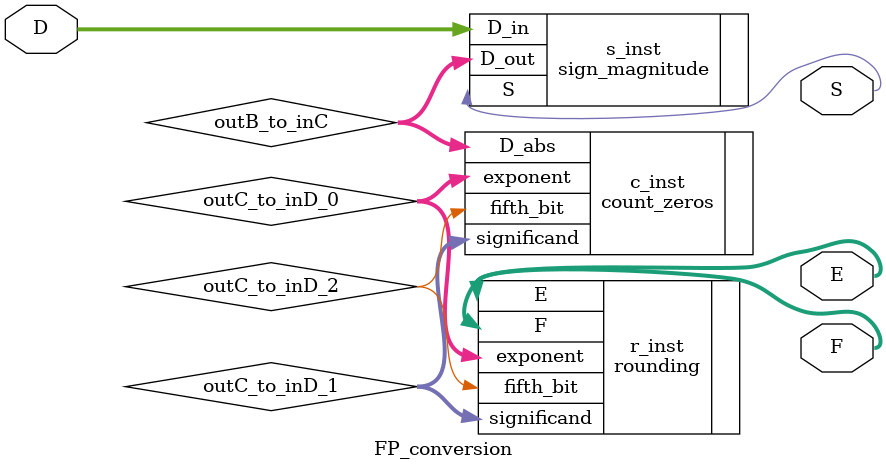
<source format=v>
`timescale 1ns / 1ps
module FP_conversion(D,
	S,E,F);
	
	input wire [11:0] D;
	output wire S;
	output wire [2:0] E;
	output wire [3:0] F;
	
	// D_out
	wire [11:0]outB_to_inC;
	sign_magnitude s_inst( .D_in(D), 
	                       .D_out(outB_to_inC), 
								  .S(S));
	
	// exponent, significand, fifth_bit
	wire [2:0] outC_to_inD_0;
	wire [3:0] outC_to_inD_1;
	wire outC_to_inD_2;
	count_zeros c_inst( .D_abs(outB_to_inC), 
							  .exponent(outC_to_inD_0), 
							  .significand(outC_to_inD_1), 
							  .fifth_bit(outC_to_inD_2));
	
	rounding r_inst(.exponent(outC_to_inD_0), 
						 .significand(outC_to_inD_1),
						 .fifth_bit(outC_to_inD_2),
						 .F(F), 
						 .E(E));
	
endmodule

</source>
